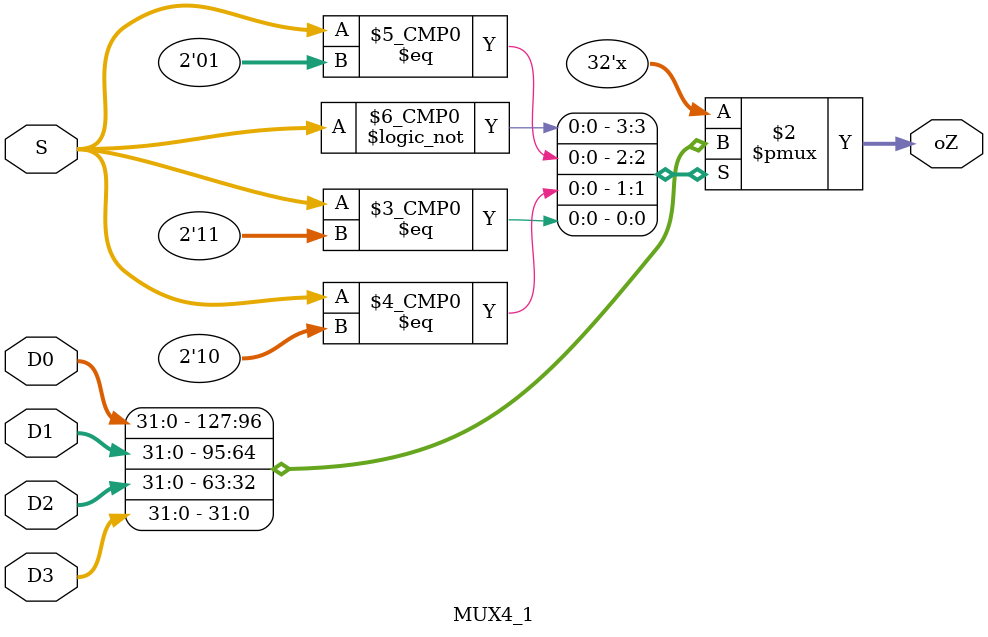
<source format=v>
`timescale 1ns / 1ps

module MUX4_1(
    input [1:0]  S,
    input [31:0] D0,
    input [31:0] D1,
    input [31:0] D2,
    input [31:0] D3,
    output reg [31:0]oZ
    );
    always @(*) begin
        case (S)
            2'b00: begin oZ <= D0; end
            2'b01: begin oZ <= D1; end
            2'b10: begin oZ <= D2; end
            2'b11: begin oZ <= D3; end 
            default: ;
        endcase
    end
endmodule

</source>
